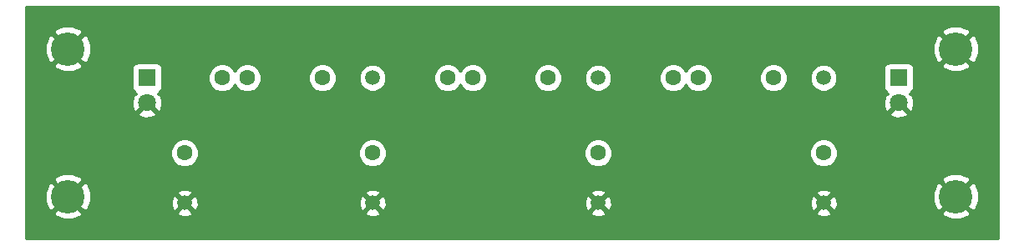
<source format=gbr>
G04 #@! TF.FileFunction,Copper,L1,Top,Signal*
%FSLAX46Y46*%
G04 Gerber Fmt 4.6, Leading zero omitted, Abs format (unit mm)*
G04 Created by KiCad (PCBNEW 4.0.7) date 03/29/18 19:10:49*
%MOMM*%
%LPD*%
G01*
G04 APERTURE LIST*
%ADD10C,0.100000*%
%ADD11C,1.600000*%
%ADD12C,1.500000*%
%ADD13R,1.800000X1.800000*%
%ADD14C,1.800000*%
%ADD15C,3.400000*%
%ADD16C,0.254000*%
G04 APERTURE END LIST*
D10*
D11*
X36830000Y-35560000D03*
D12*
X36830000Y-40640000D03*
D11*
X50800000Y-27940000D03*
D12*
X55880000Y-27940000D03*
D11*
X55880000Y-35560000D03*
D12*
X55880000Y-40640000D03*
D11*
X73660000Y-27940000D03*
D12*
X78740000Y-27940000D03*
D11*
X78740000Y-35560000D03*
D12*
X78740000Y-40640000D03*
D11*
X96520000Y-27940000D03*
D12*
X101600000Y-27940000D03*
D11*
X101600000Y-35560000D03*
D12*
X101600000Y-40640000D03*
D13*
X33020000Y-27940000D03*
D14*
X33020000Y-30480000D03*
D13*
X109220000Y-27940000D03*
D14*
X109220000Y-30480000D03*
D11*
X40640000Y-27940000D03*
X43180000Y-27940000D03*
X63500000Y-27940000D03*
X66040000Y-27940000D03*
X86360000Y-27940000D03*
X88900000Y-27940000D03*
D15*
X25000000Y-40000000D03*
X115000000Y-25000000D03*
X25000000Y-25000000D03*
X115000000Y-40000000D03*
D16*
G36*
X119290000Y-44290000D02*
X20710000Y-44290000D01*
X20710000Y-41658422D01*
X23521183Y-41658422D01*
X23705371Y-41997970D01*
X24568509Y-42341316D01*
X25497336Y-42328218D01*
X26294629Y-41997970D01*
X26478817Y-41658422D01*
X26431912Y-41611517D01*
X36038088Y-41611517D01*
X36106077Y-41852460D01*
X36625171Y-42037201D01*
X37175448Y-42009230D01*
X37553923Y-41852460D01*
X37621912Y-41611517D01*
X55088088Y-41611517D01*
X55156077Y-41852460D01*
X55675171Y-42037201D01*
X56225448Y-42009230D01*
X56603923Y-41852460D01*
X56671912Y-41611517D01*
X77948088Y-41611517D01*
X78016077Y-41852460D01*
X78535171Y-42037201D01*
X79085448Y-42009230D01*
X79463923Y-41852460D01*
X79531912Y-41611517D01*
X100808088Y-41611517D01*
X100876077Y-41852460D01*
X101395171Y-42037201D01*
X101945448Y-42009230D01*
X102323923Y-41852460D01*
X102378676Y-41658422D01*
X113521183Y-41658422D01*
X113705371Y-41997970D01*
X114568509Y-42341316D01*
X115497336Y-42328218D01*
X116294629Y-41997970D01*
X116478817Y-41658422D01*
X115000000Y-40179605D01*
X113521183Y-41658422D01*
X102378676Y-41658422D01*
X102391912Y-41611517D01*
X101600000Y-40819605D01*
X100808088Y-41611517D01*
X79531912Y-41611517D01*
X78740000Y-40819605D01*
X77948088Y-41611517D01*
X56671912Y-41611517D01*
X55880000Y-40819605D01*
X55088088Y-41611517D01*
X37621912Y-41611517D01*
X36830000Y-40819605D01*
X36038088Y-41611517D01*
X26431912Y-41611517D01*
X25000000Y-40179605D01*
X23521183Y-41658422D01*
X20710000Y-41658422D01*
X20710000Y-39568509D01*
X22658684Y-39568509D01*
X22671782Y-40497336D01*
X23002030Y-41294629D01*
X23341578Y-41478817D01*
X24820395Y-40000000D01*
X25179605Y-40000000D01*
X26658422Y-41478817D01*
X26997970Y-41294629D01*
X27339852Y-40435171D01*
X35432799Y-40435171D01*
X35460770Y-40985448D01*
X35617540Y-41363923D01*
X35858483Y-41431912D01*
X36650395Y-40640000D01*
X37009605Y-40640000D01*
X37801517Y-41431912D01*
X38042460Y-41363923D01*
X38227201Y-40844829D01*
X38206378Y-40435171D01*
X54482799Y-40435171D01*
X54510770Y-40985448D01*
X54667540Y-41363923D01*
X54908483Y-41431912D01*
X55700395Y-40640000D01*
X56059605Y-40640000D01*
X56851517Y-41431912D01*
X57092460Y-41363923D01*
X57277201Y-40844829D01*
X57256378Y-40435171D01*
X77342799Y-40435171D01*
X77370770Y-40985448D01*
X77527540Y-41363923D01*
X77768483Y-41431912D01*
X78560395Y-40640000D01*
X78919605Y-40640000D01*
X79711517Y-41431912D01*
X79952460Y-41363923D01*
X80137201Y-40844829D01*
X80116378Y-40435171D01*
X100202799Y-40435171D01*
X100230770Y-40985448D01*
X100387540Y-41363923D01*
X100628483Y-41431912D01*
X101420395Y-40640000D01*
X101779605Y-40640000D01*
X102571517Y-41431912D01*
X102812460Y-41363923D01*
X102997201Y-40844829D01*
X102969230Y-40294552D01*
X102812460Y-39916077D01*
X102571517Y-39848088D01*
X101779605Y-40640000D01*
X101420395Y-40640000D01*
X100628483Y-39848088D01*
X100387540Y-39916077D01*
X100202799Y-40435171D01*
X80116378Y-40435171D01*
X80109230Y-40294552D01*
X79952460Y-39916077D01*
X79711517Y-39848088D01*
X78919605Y-40640000D01*
X78560395Y-40640000D01*
X77768483Y-39848088D01*
X77527540Y-39916077D01*
X77342799Y-40435171D01*
X57256378Y-40435171D01*
X57249230Y-40294552D01*
X57092460Y-39916077D01*
X56851517Y-39848088D01*
X56059605Y-40640000D01*
X55700395Y-40640000D01*
X54908483Y-39848088D01*
X54667540Y-39916077D01*
X54482799Y-40435171D01*
X38206378Y-40435171D01*
X38199230Y-40294552D01*
X38042460Y-39916077D01*
X37801517Y-39848088D01*
X37009605Y-40640000D01*
X36650395Y-40640000D01*
X35858483Y-39848088D01*
X35617540Y-39916077D01*
X35432799Y-40435171D01*
X27339852Y-40435171D01*
X27341316Y-40431491D01*
X27330557Y-39668483D01*
X36038088Y-39668483D01*
X36830000Y-40460395D01*
X37621912Y-39668483D01*
X55088088Y-39668483D01*
X55880000Y-40460395D01*
X56671912Y-39668483D01*
X77948088Y-39668483D01*
X78740000Y-40460395D01*
X79531912Y-39668483D01*
X100808088Y-39668483D01*
X101600000Y-40460395D01*
X102391912Y-39668483D01*
X102363702Y-39568509D01*
X112658684Y-39568509D01*
X112671782Y-40497336D01*
X113002030Y-41294629D01*
X113341578Y-41478817D01*
X114820395Y-40000000D01*
X115179605Y-40000000D01*
X116658422Y-41478817D01*
X116997970Y-41294629D01*
X117341316Y-40431491D01*
X117328218Y-39502664D01*
X116997970Y-38705371D01*
X116658422Y-38521183D01*
X115179605Y-40000000D01*
X114820395Y-40000000D01*
X113341578Y-38521183D01*
X113002030Y-38705371D01*
X112658684Y-39568509D01*
X102363702Y-39568509D01*
X102323923Y-39427540D01*
X101804829Y-39242799D01*
X101254552Y-39270770D01*
X100876077Y-39427540D01*
X100808088Y-39668483D01*
X79531912Y-39668483D01*
X79463923Y-39427540D01*
X78944829Y-39242799D01*
X78394552Y-39270770D01*
X78016077Y-39427540D01*
X77948088Y-39668483D01*
X56671912Y-39668483D01*
X56603923Y-39427540D01*
X56084829Y-39242799D01*
X55534552Y-39270770D01*
X55156077Y-39427540D01*
X55088088Y-39668483D01*
X37621912Y-39668483D01*
X37553923Y-39427540D01*
X37034829Y-39242799D01*
X36484552Y-39270770D01*
X36106077Y-39427540D01*
X36038088Y-39668483D01*
X27330557Y-39668483D01*
X27328218Y-39502664D01*
X26997970Y-38705371D01*
X26658422Y-38521183D01*
X25179605Y-40000000D01*
X24820395Y-40000000D01*
X23341578Y-38521183D01*
X23002030Y-38705371D01*
X22658684Y-39568509D01*
X20710000Y-39568509D01*
X20710000Y-38341578D01*
X23521183Y-38341578D01*
X25000000Y-39820395D01*
X26478817Y-38341578D01*
X113521183Y-38341578D01*
X115000000Y-39820395D01*
X116478817Y-38341578D01*
X116294629Y-38002030D01*
X115431491Y-37658684D01*
X114502664Y-37671782D01*
X113705371Y-38002030D01*
X113521183Y-38341578D01*
X26478817Y-38341578D01*
X26294629Y-38002030D01*
X25431491Y-37658684D01*
X24502664Y-37671782D01*
X23705371Y-38002030D01*
X23521183Y-38341578D01*
X20710000Y-38341578D01*
X20710000Y-35844187D01*
X35394752Y-35844187D01*
X35612757Y-36371800D01*
X36016077Y-36775824D01*
X36543309Y-36994750D01*
X37114187Y-36995248D01*
X37641800Y-36777243D01*
X38045824Y-36373923D01*
X38264750Y-35846691D01*
X38264752Y-35844187D01*
X54444752Y-35844187D01*
X54662757Y-36371800D01*
X55066077Y-36775824D01*
X55593309Y-36994750D01*
X56164187Y-36995248D01*
X56691800Y-36777243D01*
X57095824Y-36373923D01*
X57314750Y-35846691D01*
X57314752Y-35844187D01*
X77304752Y-35844187D01*
X77522757Y-36371800D01*
X77926077Y-36775824D01*
X78453309Y-36994750D01*
X79024187Y-36995248D01*
X79551800Y-36777243D01*
X79955824Y-36373923D01*
X80174750Y-35846691D01*
X80174752Y-35844187D01*
X100164752Y-35844187D01*
X100382757Y-36371800D01*
X100786077Y-36775824D01*
X101313309Y-36994750D01*
X101884187Y-36995248D01*
X102411800Y-36777243D01*
X102815824Y-36373923D01*
X103034750Y-35846691D01*
X103035248Y-35275813D01*
X102817243Y-34748200D01*
X102413923Y-34344176D01*
X101886691Y-34125250D01*
X101315813Y-34124752D01*
X100788200Y-34342757D01*
X100384176Y-34746077D01*
X100165250Y-35273309D01*
X100164752Y-35844187D01*
X80174752Y-35844187D01*
X80175248Y-35275813D01*
X79957243Y-34748200D01*
X79553923Y-34344176D01*
X79026691Y-34125250D01*
X78455813Y-34124752D01*
X77928200Y-34342757D01*
X77524176Y-34746077D01*
X77305250Y-35273309D01*
X77304752Y-35844187D01*
X57314752Y-35844187D01*
X57315248Y-35275813D01*
X57097243Y-34748200D01*
X56693923Y-34344176D01*
X56166691Y-34125250D01*
X55595813Y-34124752D01*
X55068200Y-34342757D01*
X54664176Y-34746077D01*
X54445250Y-35273309D01*
X54444752Y-35844187D01*
X38264752Y-35844187D01*
X38265248Y-35275813D01*
X38047243Y-34748200D01*
X37643923Y-34344176D01*
X37116691Y-34125250D01*
X36545813Y-34124752D01*
X36018200Y-34342757D01*
X35614176Y-34746077D01*
X35395250Y-35273309D01*
X35394752Y-35844187D01*
X20710000Y-35844187D01*
X20710000Y-31560159D01*
X32119446Y-31560159D01*
X32205852Y-31816643D01*
X32779336Y-32026458D01*
X33389460Y-32000839D01*
X33834148Y-31816643D01*
X33920554Y-31560159D01*
X108319446Y-31560159D01*
X108405852Y-31816643D01*
X108979336Y-32026458D01*
X109589460Y-32000839D01*
X110034148Y-31816643D01*
X110120554Y-31560159D01*
X109220000Y-30659605D01*
X108319446Y-31560159D01*
X33920554Y-31560159D01*
X33020000Y-30659605D01*
X32119446Y-31560159D01*
X20710000Y-31560159D01*
X20710000Y-26658422D01*
X23521183Y-26658422D01*
X23705371Y-26997970D01*
X24568509Y-27341316D01*
X25497336Y-27328218D01*
X26193159Y-27040000D01*
X31472560Y-27040000D01*
X31472560Y-28840000D01*
X31516838Y-29075317D01*
X31655910Y-29291441D01*
X31859574Y-29430598D01*
X31825282Y-29464890D01*
X31939839Y-29579447D01*
X31683357Y-29665852D01*
X31473542Y-30239336D01*
X31499161Y-30849460D01*
X31683357Y-31294148D01*
X31939841Y-31380554D01*
X32840395Y-30480000D01*
X32826253Y-30465858D01*
X33005858Y-30286253D01*
X33020000Y-30300395D01*
X33034143Y-30286253D01*
X33213748Y-30465858D01*
X33199605Y-30480000D01*
X34100159Y-31380554D01*
X34356643Y-31294148D01*
X34566458Y-30720664D01*
X34540839Y-30110540D01*
X34356643Y-29665852D01*
X34100161Y-29579447D01*
X34214718Y-29464890D01*
X34178240Y-29428412D01*
X34371441Y-29304090D01*
X34516431Y-29091890D01*
X34567440Y-28840000D01*
X34567440Y-28224187D01*
X39204752Y-28224187D01*
X39422757Y-28751800D01*
X39826077Y-29155824D01*
X40353309Y-29374750D01*
X40924187Y-29375248D01*
X41451800Y-29157243D01*
X41855824Y-28753923D01*
X41909862Y-28623785D01*
X41962757Y-28751800D01*
X42366077Y-29155824D01*
X42893309Y-29374750D01*
X43464187Y-29375248D01*
X43991800Y-29157243D01*
X44395824Y-28753923D01*
X44614750Y-28226691D01*
X44614752Y-28224187D01*
X49364752Y-28224187D01*
X49582757Y-28751800D01*
X49986077Y-29155824D01*
X50513309Y-29374750D01*
X51084187Y-29375248D01*
X51611800Y-29157243D01*
X52015824Y-28753923D01*
X52234750Y-28226691D01*
X52234760Y-28214285D01*
X54494760Y-28214285D01*
X54705169Y-28723515D01*
X55094436Y-29113461D01*
X55603298Y-29324759D01*
X56154285Y-29325240D01*
X56663515Y-29114831D01*
X57053461Y-28725564D01*
X57261650Y-28224187D01*
X62064752Y-28224187D01*
X62282757Y-28751800D01*
X62686077Y-29155824D01*
X63213309Y-29374750D01*
X63784187Y-29375248D01*
X64311800Y-29157243D01*
X64715824Y-28753923D01*
X64769862Y-28623785D01*
X64822757Y-28751800D01*
X65226077Y-29155824D01*
X65753309Y-29374750D01*
X66324187Y-29375248D01*
X66851800Y-29157243D01*
X67255824Y-28753923D01*
X67474750Y-28226691D01*
X67474752Y-28224187D01*
X72224752Y-28224187D01*
X72442757Y-28751800D01*
X72846077Y-29155824D01*
X73373309Y-29374750D01*
X73944187Y-29375248D01*
X74471800Y-29157243D01*
X74875824Y-28753923D01*
X75094750Y-28226691D01*
X75094760Y-28214285D01*
X77354760Y-28214285D01*
X77565169Y-28723515D01*
X77954436Y-29113461D01*
X78463298Y-29324759D01*
X79014285Y-29325240D01*
X79523515Y-29114831D01*
X79913461Y-28725564D01*
X80121650Y-28224187D01*
X84924752Y-28224187D01*
X85142757Y-28751800D01*
X85546077Y-29155824D01*
X86073309Y-29374750D01*
X86644187Y-29375248D01*
X87171800Y-29157243D01*
X87575824Y-28753923D01*
X87629862Y-28623785D01*
X87682757Y-28751800D01*
X88086077Y-29155824D01*
X88613309Y-29374750D01*
X89184187Y-29375248D01*
X89711800Y-29157243D01*
X90115824Y-28753923D01*
X90334750Y-28226691D01*
X90334752Y-28224187D01*
X95084752Y-28224187D01*
X95302757Y-28751800D01*
X95706077Y-29155824D01*
X96233309Y-29374750D01*
X96804187Y-29375248D01*
X97331800Y-29157243D01*
X97735824Y-28753923D01*
X97954750Y-28226691D01*
X97954760Y-28214285D01*
X100214760Y-28214285D01*
X100425169Y-28723515D01*
X100814436Y-29113461D01*
X101323298Y-29324759D01*
X101874285Y-29325240D01*
X102383515Y-29114831D01*
X102773461Y-28725564D01*
X102984759Y-28216702D01*
X102985240Y-27665715D01*
X102774831Y-27156485D01*
X102658549Y-27040000D01*
X107672560Y-27040000D01*
X107672560Y-28840000D01*
X107716838Y-29075317D01*
X107855910Y-29291441D01*
X108059574Y-29430598D01*
X108025282Y-29464890D01*
X108139839Y-29579447D01*
X107883357Y-29665852D01*
X107673542Y-30239336D01*
X107699161Y-30849460D01*
X107883357Y-31294148D01*
X108139841Y-31380554D01*
X109040395Y-30480000D01*
X109026253Y-30465858D01*
X109205858Y-30286253D01*
X109220000Y-30300395D01*
X109234143Y-30286253D01*
X109413748Y-30465858D01*
X109399605Y-30480000D01*
X110300159Y-31380554D01*
X110556643Y-31294148D01*
X110766458Y-30720664D01*
X110740839Y-30110540D01*
X110556643Y-29665852D01*
X110300161Y-29579447D01*
X110414718Y-29464890D01*
X110378240Y-29428412D01*
X110571441Y-29304090D01*
X110716431Y-29091890D01*
X110767440Y-28840000D01*
X110767440Y-27040000D01*
X110723162Y-26804683D01*
X110629046Y-26658422D01*
X113521183Y-26658422D01*
X113705371Y-26997970D01*
X114568509Y-27341316D01*
X115497336Y-27328218D01*
X116294629Y-26997970D01*
X116478817Y-26658422D01*
X115000000Y-25179605D01*
X113521183Y-26658422D01*
X110629046Y-26658422D01*
X110584090Y-26588559D01*
X110371890Y-26443569D01*
X110120000Y-26392560D01*
X108320000Y-26392560D01*
X108084683Y-26436838D01*
X107868559Y-26575910D01*
X107723569Y-26788110D01*
X107672560Y-27040000D01*
X102658549Y-27040000D01*
X102385564Y-26766539D01*
X101876702Y-26555241D01*
X101325715Y-26554760D01*
X100816485Y-26765169D01*
X100426539Y-27154436D01*
X100215241Y-27663298D01*
X100214760Y-28214285D01*
X97954760Y-28214285D01*
X97955248Y-27655813D01*
X97737243Y-27128200D01*
X97333923Y-26724176D01*
X96806691Y-26505250D01*
X96235813Y-26504752D01*
X95708200Y-26722757D01*
X95304176Y-27126077D01*
X95085250Y-27653309D01*
X95084752Y-28224187D01*
X90334752Y-28224187D01*
X90335248Y-27655813D01*
X90117243Y-27128200D01*
X89713923Y-26724176D01*
X89186691Y-26505250D01*
X88615813Y-26504752D01*
X88088200Y-26722757D01*
X87684176Y-27126077D01*
X87630138Y-27256215D01*
X87577243Y-27128200D01*
X87173923Y-26724176D01*
X86646691Y-26505250D01*
X86075813Y-26504752D01*
X85548200Y-26722757D01*
X85144176Y-27126077D01*
X84925250Y-27653309D01*
X84924752Y-28224187D01*
X80121650Y-28224187D01*
X80124759Y-28216702D01*
X80125240Y-27665715D01*
X79914831Y-27156485D01*
X79525564Y-26766539D01*
X79016702Y-26555241D01*
X78465715Y-26554760D01*
X77956485Y-26765169D01*
X77566539Y-27154436D01*
X77355241Y-27663298D01*
X77354760Y-28214285D01*
X75094760Y-28214285D01*
X75095248Y-27655813D01*
X74877243Y-27128200D01*
X74473923Y-26724176D01*
X73946691Y-26505250D01*
X73375813Y-26504752D01*
X72848200Y-26722757D01*
X72444176Y-27126077D01*
X72225250Y-27653309D01*
X72224752Y-28224187D01*
X67474752Y-28224187D01*
X67475248Y-27655813D01*
X67257243Y-27128200D01*
X66853923Y-26724176D01*
X66326691Y-26505250D01*
X65755813Y-26504752D01*
X65228200Y-26722757D01*
X64824176Y-27126077D01*
X64770138Y-27256215D01*
X64717243Y-27128200D01*
X64313923Y-26724176D01*
X63786691Y-26505250D01*
X63215813Y-26504752D01*
X62688200Y-26722757D01*
X62284176Y-27126077D01*
X62065250Y-27653309D01*
X62064752Y-28224187D01*
X57261650Y-28224187D01*
X57264759Y-28216702D01*
X57265240Y-27665715D01*
X57054831Y-27156485D01*
X56665564Y-26766539D01*
X56156702Y-26555241D01*
X55605715Y-26554760D01*
X55096485Y-26765169D01*
X54706539Y-27154436D01*
X54495241Y-27663298D01*
X54494760Y-28214285D01*
X52234760Y-28214285D01*
X52235248Y-27655813D01*
X52017243Y-27128200D01*
X51613923Y-26724176D01*
X51086691Y-26505250D01*
X50515813Y-26504752D01*
X49988200Y-26722757D01*
X49584176Y-27126077D01*
X49365250Y-27653309D01*
X49364752Y-28224187D01*
X44614752Y-28224187D01*
X44615248Y-27655813D01*
X44397243Y-27128200D01*
X43993923Y-26724176D01*
X43466691Y-26505250D01*
X42895813Y-26504752D01*
X42368200Y-26722757D01*
X41964176Y-27126077D01*
X41910138Y-27256215D01*
X41857243Y-27128200D01*
X41453923Y-26724176D01*
X40926691Y-26505250D01*
X40355813Y-26504752D01*
X39828200Y-26722757D01*
X39424176Y-27126077D01*
X39205250Y-27653309D01*
X39204752Y-28224187D01*
X34567440Y-28224187D01*
X34567440Y-27040000D01*
X34523162Y-26804683D01*
X34384090Y-26588559D01*
X34171890Y-26443569D01*
X33920000Y-26392560D01*
X32120000Y-26392560D01*
X31884683Y-26436838D01*
X31668559Y-26575910D01*
X31523569Y-26788110D01*
X31472560Y-27040000D01*
X26193159Y-27040000D01*
X26294629Y-26997970D01*
X26478817Y-26658422D01*
X25000000Y-25179605D01*
X23521183Y-26658422D01*
X20710000Y-26658422D01*
X20710000Y-24568509D01*
X22658684Y-24568509D01*
X22671782Y-25497336D01*
X23002030Y-26294629D01*
X23341578Y-26478817D01*
X24820395Y-25000000D01*
X25179605Y-25000000D01*
X26658422Y-26478817D01*
X26997970Y-26294629D01*
X27341316Y-25431491D01*
X27329147Y-24568509D01*
X112658684Y-24568509D01*
X112671782Y-25497336D01*
X113002030Y-26294629D01*
X113341578Y-26478817D01*
X114820395Y-25000000D01*
X115179605Y-25000000D01*
X116658422Y-26478817D01*
X116997970Y-26294629D01*
X117341316Y-25431491D01*
X117328218Y-24502664D01*
X116997970Y-23705371D01*
X116658422Y-23521183D01*
X115179605Y-25000000D01*
X114820395Y-25000000D01*
X113341578Y-23521183D01*
X113002030Y-23705371D01*
X112658684Y-24568509D01*
X27329147Y-24568509D01*
X27328218Y-24502664D01*
X26997970Y-23705371D01*
X26658422Y-23521183D01*
X25179605Y-25000000D01*
X24820395Y-25000000D01*
X23341578Y-23521183D01*
X23002030Y-23705371D01*
X22658684Y-24568509D01*
X20710000Y-24568509D01*
X20710000Y-23341578D01*
X23521183Y-23341578D01*
X25000000Y-24820395D01*
X26478817Y-23341578D01*
X113521183Y-23341578D01*
X115000000Y-24820395D01*
X116478817Y-23341578D01*
X116294629Y-23002030D01*
X115431491Y-22658684D01*
X114502664Y-22671782D01*
X113705371Y-23002030D01*
X113521183Y-23341578D01*
X26478817Y-23341578D01*
X26294629Y-23002030D01*
X25431491Y-22658684D01*
X24502664Y-22671782D01*
X23705371Y-23002030D01*
X23521183Y-23341578D01*
X20710000Y-23341578D01*
X20710000Y-20710000D01*
X119290000Y-20710000D01*
X119290000Y-44290000D01*
X119290000Y-44290000D01*
G37*
X119290000Y-44290000D02*
X20710000Y-44290000D01*
X20710000Y-41658422D01*
X23521183Y-41658422D01*
X23705371Y-41997970D01*
X24568509Y-42341316D01*
X25497336Y-42328218D01*
X26294629Y-41997970D01*
X26478817Y-41658422D01*
X26431912Y-41611517D01*
X36038088Y-41611517D01*
X36106077Y-41852460D01*
X36625171Y-42037201D01*
X37175448Y-42009230D01*
X37553923Y-41852460D01*
X37621912Y-41611517D01*
X55088088Y-41611517D01*
X55156077Y-41852460D01*
X55675171Y-42037201D01*
X56225448Y-42009230D01*
X56603923Y-41852460D01*
X56671912Y-41611517D01*
X77948088Y-41611517D01*
X78016077Y-41852460D01*
X78535171Y-42037201D01*
X79085448Y-42009230D01*
X79463923Y-41852460D01*
X79531912Y-41611517D01*
X100808088Y-41611517D01*
X100876077Y-41852460D01*
X101395171Y-42037201D01*
X101945448Y-42009230D01*
X102323923Y-41852460D01*
X102378676Y-41658422D01*
X113521183Y-41658422D01*
X113705371Y-41997970D01*
X114568509Y-42341316D01*
X115497336Y-42328218D01*
X116294629Y-41997970D01*
X116478817Y-41658422D01*
X115000000Y-40179605D01*
X113521183Y-41658422D01*
X102378676Y-41658422D01*
X102391912Y-41611517D01*
X101600000Y-40819605D01*
X100808088Y-41611517D01*
X79531912Y-41611517D01*
X78740000Y-40819605D01*
X77948088Y-41611517D01*
X56671912Y-41611517D01*
X55880000Y-40819605D01*
X55088088Y-41611517D01*
X37621912Y-41611517D01*
X36830000Y-40819605D01*
X36038088Y-41611517D01*
X26431912Y-41611517D01*
X25000000Y-40179605D01*
X23521183Y-41658422D01*
X20710000Y-41658422D01*
X20710000Y-39568509D01*
X22658684Y-39568509D01*
X22671782Y-40497336D01*
X23002030Y-41294629D01*
X23341578Y-41478817D01*
X24820395Y-40000000D01*
X25179605Y-40000000D01*
X26658422Y-41478817D01*
X26997970Y-41294629D01*
X27339852Y-40435171D01*
X35432799Y-40435171D01*
X35460770Y-40985448D01*
X35617540Y-41363923D01*
X35858483Y-41431912D01*
X36650395Y-40640000D01*
X37009605Y-40640000D01*
X37801517Y-41431912D01*
X38042460Y-41363923D01*
X38227201Y-40844829D01*
X38206378Y-40435171D01*
X54482799Y-40435171D01*
X54510770Y-40985448D01*
X54667540Y-41363923D01*
X54908483Y-41431912D01*
X55700395Y-40640000D01*
X56059605Y-40640000D01*
X56851517Y-41431912D01*
X57092460Y-41363923D01*
X57277201Y-40844829D01*
X57256378Y-40435171D01*
X77342799Y-40435171D01*
X77370770Y-40985448D01*
X77527540Y-41363923D01*
X77768483Y-41431912D01*
X78560395Y-40640000D01*
X78919605Y-40640000D01*
X79711517Y-41431912D01*
X79952460Y-41363923D01*
X80137201Y-40844829D01*
X80116378Y-40435171D01*
X100202799Y-40435171D01*
X100230770Y-40985448D01*
X100387540Y-41363923D01*
X100628483Y-41431912D01*
X101420395Y-40640000D01*
X101779605Y-40640000D01*
X102571517Y-41431912D01*
X102812460Y-41363923D01*
X102997201Y-40844829D01*
X102969230Y-40294552D01*
X102812460Y-39916077D01*
X102571517Y-39848088D01*
X101779605Y-40640000D01*
X101420395Y-40640000D01*
X100628483Y-39848088D01*
X100387540Y-39916077D01*
X100202799Y-40435171D01*
X80116378Y-40435171D01*
X80109230Y-40294552D01*
X79952460Y-39916077D01*
X79711517Y-39848088D01*
X78919605Y-40640000D01*
X78560395Y-40640000D01*
X77768483Y-39848088D01*
X77527540Y-39916077D01*
X77342799Y-40435171D01*
X57256378Y-40435171D01*
X57249230Y-40294552D01*
X57092460Y-39916077D01*
X56851517Y-39848088D01*
X56059605Y-40640000D01*
X55700395Y-40640000D01*
X54908483Y-39848088D01*
X54667540Y-39916077D01*
X54482799Y-40435171D01*
X38206378Y-40435171D01*
X38199230Y-40294552D01*
X38042460Y-39916077D01*
X37801517Y-39848088D01*
X37009605Y-40640000D01*
X36650395Y-40640000D01*
X35858483Y-39848088D01*
X35617540Y-39916077D01*
X35432799Y-40435171D01*
X27339852Y-40435171D01*
X27341316Y-40431491D01*
X27330557Y-39668483D01*
X36038088Y-39668483D01*
X36830000Y-40460395D01*
X37621912Y-39668483D01*
X55088088Y-39668483D01*
X55880000Y-40460395D01*
X56671912Y-39668483D01*
X77948088Y-39668483D01*
X78740000Y-40460395D01*
X79531912Y-39668483D01*
X100808088Y-39668483D01*
X101600000Y-40460395D01*
X102391912Y-39668483D01*
X102363702Y-39568509D01*
X112658684Y-39568509D01*
X112671782Y-40497336D01*
X113002030Y-41294629D01*
X113341578Y-41478817D01*
X114820395Y-40000000D01*
X115179605Y-40000000D01*
X116658422Y-41478817D01*
X116997970Y-41294629D01*
X117341316Y-40431491D01*
X117328218Y-39502664D01*
X116997970Y-38705371D01*
X116658422Y-38521183D01*
X115179605Y-40000000D01*
X114820395Y-40000000D01*
X113341578Y-38521183D01*
X113002030Y-38705371D01*
X112658684Y-39568509D01*
X102363702Y-39568509D01*
X102323923Y-39427540D01*
X101804829Y-39242799D01*
X101254552Y-39270770D01*
X100876077Y-39427540D01*
X100808088Y-39668483D01*
X79531912Y-39668483D01*
X79463923Y-39427540D01*
X78944829Y-39242799D01*
X78394552Y-39270770D01*
X78016077Y-39427540D01*
X77948088Y-39668483D01*
X56671912Y-39668483D01*
X56603923Y-39427540D01*
X56084829Y-39242799D01*
X55534552Y-39270770D01*
X55156077Y-39427540D01*
X55088088Y-39668483D01*
X37621912Y-39668483D01*
X37553923Y-39427540D01*
X37034829Y-39242799D01*
X36484552Y-39270770D01*
X36106077Y-39427540D01*
X36038088Y-39668483D01*
X27330557Y-39668483D01*
X27328218Y-39502664D01*
X26997970Y-38705371D01*
X26658422Y-38521183D01*
X25179605Y-40000000D01*
X24820395Y-40000000D01*
X23341578Y-38521183D01*
X23002030Y-38705371D01*
X22658684Y-39568509D01*
X20710000Y-39568509D01*
X20710000Y-38341578D01*
X23521183Y-38341578D01*
X25000000Y-39820395D01*
X26478817Y-38341578D01*
X113521183Y-38341578D01*
X115000000Y-39820395D01*
X116478817Y-38341578D01*
X116294629Y-38002030D01*
X115431491Y-37658684D01*
X114502664Y-37671782D01*
X113705371Y-38002030D01*
X113521183Y-38341578D01*
X26478817Y-38341578D01*
X26294629Y-38002030D01*
X25431491Y-37658684D01*
X24502664Y-37671782D01*
X23705371Y-38002030D01*
X23521183Y-38341578D01*
X20710000Y-38341578D01*
X20710000Y-35844187D01*
X35394752Y-35844187D01*
X35612757Y-36371800D01*
X36016077Y-36775824D01*
X36543309Y-36994750D01*
X37114187Y-36995248D01*
X37641800Y-36777243D01*
X38045824Y-36373923D01*
X38264750Y-35846691D01*
X38264752Y-35844187D01*
X54444752Y-35844187D01*
X54662757Y-36371800D01*
X55066077Y-36775824D01*
X55593309Y-36994750D01*
X56164187Y-36995248D01*
X56691800Y-36777243D01*
X57095824Y-36373923D01*
X57314750Y-35846691D01*
X57314752Y-35844187D01*
X77304752Y-35844187D01*
X77522757Y-36371800D01*
X77926077Y-36775824D01*
X78453309Y-36994750D01*
X79024187Y-36995248D01*
X79551800Y-36777243D01*
X79955824Y-36373923D01*
X80174750Y-35846691D01*
X80174752Y-35844187D01*
X100164752Y-35844187D01*
X100382757Y-36371800D01*
X100786077Y-36775824D01*
X101313309Y-36994750D01*
X101884187Y-36995248D01*
X102411800Y-36777243D01*
X102815824Y-36373923D01*
X103034750Y-35846691D01*
X103035248Y-35275813D01*
X102817243Y-34748200D01*
X102413923Y-34344176D01*
X101886691Y-34125250D01*
X101315813Y-34124752D01*
X100788200Y-34342757D01*
X100384176Y-34746077D01*
X100165250Y-35273309D01*
X100164752Y-35844187D01*
X80174752Y-35844187D01*
X80175248Y-35275813D01*
X79957243Y-34748200D01*
X79553923Y-34344176D01*
X79026691Y-34125250D01*
X78455813Y-34124752D01*
X77928200Y-34342757D01*
X77524176Y-34746077D01*
X77305250Y-35273309D01*
X77304752Y-35844187D01*
X57314752Y-35844187D01*
X57315248Y-35275813D01*
X57097243Y-34748200D01*
X56693923Y-34344176D01*
X56166691Y-34125250D01*
X55595813Y-34124752D01*
X55068200Y-34342757D01*
X54664176Y-34746077D01*
X54445250Y-35273309D01*
X54444752Y-35844187D01*
X38264752Y-35844187D01*
X38265248Y-35275813D01*
X38047243Y-34748200D01*
X37643923Y-34344176D01*
X37116691Y-34125250D01*
X36545813Y-34124752D01*
X36018200Y-34342757D01*
X35614176Y-34746077D01*
X35395250Y-35273309D01*
X35394752Y-35844187D01*
X20710000Y-35844187D01*
X20710000Y-31560159D01*
X32119446Y-31560159D01*
X32205852Y-31816643D01*
X32779336Y-32026458D01*
X33389460Y-32000839D01*
X33834148Y-31816643D01*
X33920554Y-31560159D01*
X108319446Y-31560159D01*
X108405852Y-31816643D01*
X108979336Y-32026458D01*
X109589460Y-32000839D01*
X110034148Y-31816643D01*
X110120554Y-31560159D01*
X109220000Y-30659605D01*
X108319446Y-31560159D01*
X33920554Y-31560159D01*
X33020000Y-30659605D01*
X32119446Y-31560159D01*
X20710000Y-31560159D01*
X20710000Y-26658422D01*
X23521183Y-26658422D01*
X23705371Y-26997970D01*
X24568509Y-27341316D01*
X25497336Y-27328218D01*
X26193159Y-27040000D01*
X31472560Y-27040000D01*
X31472560Y-28840000D01*
X31516838Y-29075317D01*
X31655910Y-29291441D01*
X31859574Y-29430598D01*
X31825282Y-29464890D01*
X31939839Y-29579447D01*
X31683357Y-29665852D01*
X31473542Y-30239336D01*
X31499161Y-30849460D01*
X31683357Y-31294148D01*
X31939841Y-31380554D01*
X32840395Y-30480000D01*
X32826253Y-30465858D01*
X33005858Y-30286253D01*
X33020000Y-30300395D01*
X33034143Y-30286253D01*
X33213748Y-30465858D01*
X33199605Y-30480000D01*
X34100159Y-31380554D01*
X34356643Y-31294148D01*
X34566458Y-30720664D01*
X34540839Y-30110540D01*
X34356643Y-29665852D01*
X34100161Y-29579447D01*
X34214718Y-29464890D01*
X34178240Y-29428412D01*
X34371441Y-29304090D01*
X34516431Y-29091890D01*
X34567440Y-28840000D01*
X34567440Y-28224187D01*
X39204752Y-28224187D01*
X39422757Y-28751800D01*
X39826077Y-29155824D01*
X40353309Y-29374750D01*
X40924187Y-29375248D01*
X41451800Y-29157243D01*
X41855824Y-28753923D01*
X41909862Y-28623785D01*
X41962757Y-28751800D01*
X42366077Y-29155824D01*
X42893309Y-29374750D01*
X43464187Y-29375248D01*
X43991800Y-29157243D01*
X44395824Y-28753923D01*
X44614750Y-28226691D01*
X44614752Y-28224187D01*
X49364752Y-28224187D01*
X49582757Y-28751800D01*
X49986077Y-29155824D01*
X50513309Y-29374750D01*
X51084187Y-29375248D01*
X51611800Y-29157243D01*
X52015824Y-28753923D01*
X52234750Y-28226691D01*
X52234760Y-28214285D01*
X54494760Y-28214285D01*
X54705169Y-28723515D01*
X55094436Y-29113461D01*
X55603298Y-29324759D01*
X56154285Y-29325240D01*
X56663515Y-29114831D01*
X57053461Y-28725564D01*
X57261650Y-28224187D01*
X62064752Y-28224187D01*
X62282757Y-28751800D01*
X62686077Y-29155824D01*
X63213309Y-29374750D01*
X63784187Y-29375248D01*
X64311800Y-29157243D01*
X64715824Y-28753923D01*
X64769862Y-28623785D01*
X64822757Y-28751800D01*
X65226077Y-29155824D01*
X65753309Y-29374750D01*
X66324187Y-29375248D01*
X66851800Y-29157243D01*
X67255824Y-28753923D01*
X67474750Y-28226691D01*
X67474752Y-28224187D01*
X72224752Y-28224187D01*
X72442757Y-28751800D01*
X72846077Y-29155824D01*
X73373309Y-29374750D01*
X73944187Y-29375248D01*
X74471800Y-29157243D01*
X74875824Y-28753923D01*
X75094750Y-28226691D01*
X75094760Y-28214285D01*
X77354760Y-28214285D01*
X77565169Y-28723515D01*
X77954436Y-29113461D01*
X78463298Y-29324759D01*
X79014285Y-29325240D01*
X79523515Y-29114831D01*
X79913461Y-28725564D01*
X80121650Y-28224187D01*
X84924752Y-28224187D01*
X85142757Y-28751800D01*
X85546077Y-29155824D01*
X86073309Y-29374750D01*
X86644187Y-29375248D01*
X87171800Y-29157243D01*
X87575824Y-28753923D01*
X87629862Y-28623785D01*
X87682757Y-28751800D01*
X88086077Y-29155824D01*
X88613309Y-29374750D01*
X89184187Y-29375248D01*
X89711800Y-29157243D01*
X90115824Y-28753923D01*
X90334750Y-28226691D01*
X90334752Y-28224187D01*
X95084752Y-28224187D01*
X95302757Y-28751800D01*
X95706077Y-29155824D01*
X96233309Y-29374750D01*
X96804187Y-29375248D01*
X97331800Y-29157243D01*
X97735824Y-28753923D01*
X97954750Y-28226691D01*
X97954760Y-28214285D01*
X100214760Y-28214285D01*
X100425169Y-28723515D01*
X100814436Y-29113461D01*
X101323298Y-29324759D01*
X101874285Y-29325240D01*
X102383515Y-29114831D01*
X102773461Y-28725564D01*
X102984759Y-28216702D01*
X102985240Y-27665715D01*
X102774831Y-27156485D01*
X102658549Y-27040000D01*
X107672560Y-27040000D01*
X107672560Y-28840000D01*
X107716838Y-29075317D01*
X107855910Y-29291441D01*
X108059574Y-29430598D01*
X108025282Y-29464890D01*
X108139839Y-29579447D01*
X107883357Y-29665852D01*
X107673542Y-30239336D01*
X107699161Y-30849460D01*
X107883357Y-31294148D01*
X108139841Y-31380554D01*
X109040395Y-30480000D01*
X109026253Y-30465858D01*
X109205858Y-30286253D01*
X109220000Y-30300395D01*
X109234143Y-30286253D01*
X109413748Y-30465858D01*
X109399605Y-30480000D01*
X110300159Y-31380554D01*
X110556643Y-31294148D01*
X110766458Y-30720664D01*
X110740839Y-30110540D01*
X110556643Y-29665852D01*
X110300161Y-29579447D01*
X110414718Y-29464890D01*
X110378240Y-29428412D01*
X110571441Y-29304090D01*
X110716431Y-29091890D01*
X110767440Y-28840000D01*
X110767440Y-27040000D01*
X110723162Y-26804683D01*
X110629046Y-26658422D01*
X113521183Y-26658422D01*
X113705371Y-26997970D01*
X114568509Y-27341316D01*
X115497336Y-27328218D01*
X116294629Y-26997970D01*
X116478817Y-26658422D01*
X115000000Y-25179605D01*
X113521183Y-26658422D01*
X110629046Y-26658422D01*
X110584090Y-26588559D01*
X110371890Y-26443569D01*
X110120000Y-26392560D01*
X108320000Y-26392560D01*
X108084683Y-26436838D01*
X107868559Y-26575910D01*
X107723569Y-26788110D01*
X107672560Y-27040000D01*
X102658549Y-27040000D01*
X102385564Y-26766539D01*
X101876702Y-26555241D01*
X101325715Y-26554760D01*
X100816485Y-26765169D01*
X100426539Y-27154436D01*
X100215241Y-27663298D01*
X100214760Y-28214285D01*
X97954760Y-28214285D01*
X97955248Y-27655813D01*
X97737243Y-27128200D01*
X97333923Y-26724176D01*
X96806691Y-26505250D01*
X96235813Y-26504752D01*
X95708200Y-26722757D01*
X95304176Y-27126077D01*
X95085250Y-27653309D01*
X95084752Y-28224187D01*
X90334752Y-28224187D01*
X90335248Y-27655813D01*
X90117243Y-27128200D01*
X89713923Y-26724176D01*
X89186691Y-26505250D01*
X88615813Y-26504752D01*
X88088200Y-26722757D01*
X87684176Y-27126077D01*
X87630138Y-27256215D01*
X87577243Y-27128200D01*
X87173923Y-26724176D01*
X86646691Y-26505250D01*
X86075813Y-26504752D01*
X85548200Y-26722757D01*
X85144176Y-27126077D01*
X84925250Y-27653309D01*
X84924752Y-28224187D01*
X80121650Y-28224187D01*
X80124759Y-28216702D01*
X80125240Y-27665715D01*
X79914831Y-27156485D01*
X79525564Y-26766539D01*
X79016702Y-26555241D01*
X78465715Y-26554760D01*
X77956485Y-26765169D01*
X77566539Y-27154436D01*
X77355241Y-27663298D01*
X77354760Y-28214285D01*
X75094760Y-28214285D01*
X75095248Y-27655813D01*
X74877243Y-27128200D01*
X74473923Y-26724176D01*
X73946691Y-26505250D01*
X73375813Y-26504752D01*
X72848200Y-26722757D01*
X72444176Y-27126077D01*
X72225250Y-27653309D01*
X72224752Y-28224187D01*
X67474752Y-28224187D01*
X67475248Y-27655813D01*
X67257243Y-27128200D01*
X66853923Y-26724176D01*
X66326691Y-26505250D01*
X65755813Y-26504752D01*
X65228200Y-26722757D01*
X64824176Y-27126077D01*
X64770138Y-27256215D01*
X64717243Y-27128200D01*
X64313923Y-26724176D01*
X63786691Y-26505250D01*
X63215813Y-26504752D01*
X62688200Y-26722757D01*
X62284176Y-27126077D01*
X62065250Y-27653309D01*
X62064752Y-28224187D01*
X57261650Y-28224187D01*
X57264759Y-28216702D01*
X57265240Y-27665715D01*
X57054831Y-27156485D01*
X56665564Y-26766539D01*
X56156702Y-26555241D01*
X55605715Y-26554760D01*
X55096485Y-26765169D01*
X54706539Y-27154436D01*
X54495241Y-27663298D01*
X54494760Y-28214285D01*
X52234760Y-28214285D01*
X52235248Y-27655813D01*
X52017243Y-27128200D01*
X51613923Y-26724176D01*
X51086691Y-26505250D01*
X50515813Y-26504752D01*
X49988200Y-26722757D01*
X49584176Y-27126077D01*
X49365250Y-27653309D01*
X49364752Y-28224187D01*
X44614752Y-28224187D01*
X44615248Y-27655813D01*
X44397243Y-27128200D01*
X43993923Y-26724176D01*
X43466691Y-26505250D01*
X42895813Y-26504752D01*
X42368200Y-26722757D01*
X41964176Y-27126077D01*
X41910138Y-27256215D01*
X41857243Y-27128200D01*
X41453923Y-26724176D01*
X40926691Y-26505250D01*
X40355813Y-26504752D01*
X39828200Y-26722757D01*
X39424176Y-27126077D01*
X39205250Y-27653309D01*
X39204752Y-28224187D01*
X34567440Y-28224187D01*
X34567440Y-27040000D01*
X34523162Y-26804683D01*
X34384090Y-26588559D01*
X34171890Y-26443569D01*
X33920000Y-26392560D01*
X32120000Y-26392560D01*
X31884683Y-26436838D01*
X31668559Y-26575910D01*
X31523569Y-26788110D01*
X31472560Y-27040000D01*
X26193159Y-27040000D01*
X26294629Y-26997970D01*
X26478817Y-26658422D01*
X25000000Y-25179605D01*
X23521183Y-26658422D01*
X20710000Y-26658422D01*
X20710000Y-24568509D01*
X22658684Y-24568509D01*
X22671782Y-25497336D01*
X23002030Y-26294629D01*
X23341578Y-26478817D01*
X24820395Y-25000000D01*
X25179605Y-25000000D01*
X26658422Y-26478817D01*
X26997970Y-26294629D01*
X27341316Y-25431491D01*
X27329147Y-24568509D01*
X112658684Y-24568509D01*
X112671782Y-25497336D01*
X113002030Y-26294629D01*
X113341578Y-26478817D01*
X114820395Y-25000000D01*
X115179605Y-25000000D01*
X116658422Y-26478817D01*
X116997970Y-26294629D01*
X117341316Y-25431491D01*
X117328218Y-24502664D01*
X116997970Y-23705371D01*
X116658422Y-23521183D01*
X115179605Y-25000000D01*
X114820395Y-25000000D01*
X113341578Y-23521183D01*
X113002030Y-23705371D01*
X112658684Y-24568509D01*
X27329147Y-24568509D01*
X27328218Y-24502664D01*
X26997970Y-23705371D01*
X26658422Y-23521183D01*
X25179605Y-25000000D01*
X24820395Y-25000000D01*
X23341578Y-23521183D01*
X23002030Y-23705371D01*
X22658684Y-24568509D01*
X20710000Y-24568509D01*
X20710000Y-23341578D01*
X23521183Y-23341578D01*
X25000000Y-24820395D01*
X26478817Y-23341578D01*
X113521183Y-23341578D01*
X115000000Y-24820395D01*
X116478817Y-23341578D01*
X116294629Y-23002030D01*
X115431491Y-22658684D01*
X114502664Y-22671782D01*
X113705371Y-23002030D01*
X113521183Y-23341578D01*
X26478817Y-23341578D01*
X26294629Y-23002030D01*
X25431491Y-22658684D01*
X24502664Y-22671782D01*
X23705371Y-23002030D01*
X23521183Y-23341578D01*
X20710000Y-23341578D01*
X20710000Y-20710000D01*
X119290000Y-20710000D01*
X119290000Y-44290000D01*
M02*

</source>
